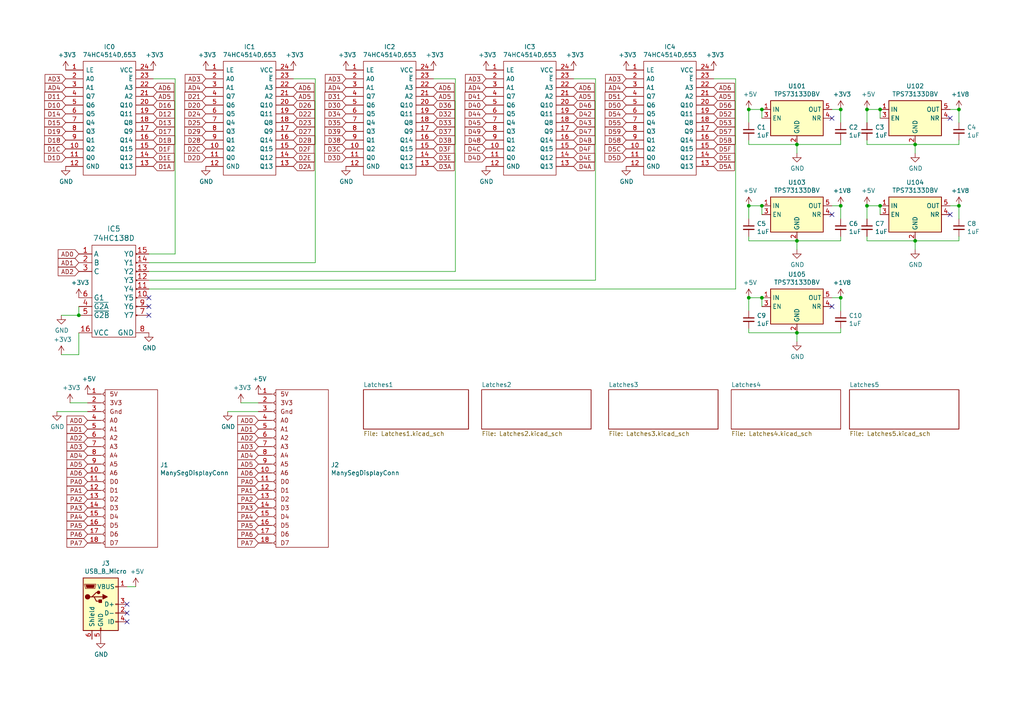
<source format=kicad_sch>
(kicad_sch (version 20211123) (generator eeschema)
  (paper "A4")
  (lib_symbols
    (symbol "Device:C_Small" (pin_numbers hide) (pin_names (offset 0.254) hide)
      (property "Reference" "C" (at 0.254 1.778 0))
      (property "Value" "C_Small" (at 0.254 -2.032 0))
      (symbol "C_Small_0_1"
        (polyline (pts (xy -1.524 -0.508) (xy 1.524 -0.508)) (stroke (width 0.3302)))
        (polyline (pts (xy -1.524 0.508) (xy 1.524 0.508)) (stroke (width 0.3048)))
      )
      (symbol "C_Small_1_1"
        (pin passive line (at 0 2.54 270) (length 2.032) (name "~") (number "1"))
        (pin passive line (at 0 -2.54 90) (length 2.032) (name "~") (number "2"))
      )
    )
    (symbol "ManySegmentDisplay-rescue:74HC138D-Toshiba_Semic_Dec"
      (property "Reference" "IC" (at 0 1.27 0))
      (property "Value" "74HC138D-Toshiba_Semic_Dec" (at 0 3.81 0))
      (symbol "74HC138D-Toshiba_Semic_Dec_0_1"
        (rectangle (start 6.35 0) (end -6.35 -26.67))
      )
      (symbol "74HC138D-Toshiba_Semic_Dec_1_1"
        (circle (center 6.604 -20.32) (radius 0.127) (stroke (width 0.254)))
        (circle (center 6.604 -17.78) (radius 0.127) (stroke (width 0.254)))
        (circle (center 6.604 -15.24) (radius 0.127) (stroke (width 0.254)))
        (circle (center 6.604 -12.7) (radius 0.127) (stroke (width 0.254)))
        (circle (center 6.604 -10.16) (radius 0.127) (stroke (width 0.254)))
        (circle (center 6.604 -7.62) (radius 0.127) (stroke (width 0.254)))
        (circle (center 6.604 -5.08) (radius 0.127) (stroke (width 0.254)))
        (circle (center 6.604 -2.54) (radius 0.127) (stroke (width 0.254)))
        (pin unspecified line (at -10.16 -2.54 0) (length 3.81) (name "A") (number "1"))
        (pin unspecified line (at 10.16 -15.24 180) (length 3.81) (name "Y5") (number "10"))
        (pin unspecified line (at 10.16 -12.7 180) (length 3.81) (name "Y4") (number "11"))
        (pin unspecified line (at 10.16 -10.16 180) (length 3.81) (name "Y3") (number "12"))
        (pin unspecified line (at 10.16 -7.62 180) (length 3.81) (name "Y2") (number "13"))
        (pin unspecified line (at 10.16 -5.08 180) (length 3.81) (name "Y1") (number "14"))
        (pin unspecified line (at 10.16 -2.54 180) (length 3.81) (name "Y0") (number "15"))
        (pin unspecified line (at -10.16 -25.4 0) (length 3.81) (name "VCC") (number "16"))
        (pin unspecified line (at -10.16 -5.08 0) (length 3.81) (name "B") (number "2"))
        (pin unspecified line (at -10.16 -7.62 0) (length 3.81) (name "C") (number "3"))
        (pin unspecified line (at -10.16 -17.78 0) (length 3.81) (name "~{G2A}") (number "4"))
        (pin unspecified line (at -10.16 -20.32 0) (length 3.81) (name "~{G2B}") (number "5"))
        (pin unspecified line (at -10.16 -15.24 0) (length 3.81) (name "G1") (number "6"))
        (pin unspecified line (at 10.16 -20.32 180) (length 3.81) (name "Y7") (number "7"))
        (pin unspecified line (at 10.16 -25.4 180) (length 3.81) (name "GND") (number "8"))
        (pin unspecified line (at 10.16 -17.78 180) (length 3.81) (name "Y6") (number "9"))
      )
    )
    (symbol "ManySegmentDisplay-rescue:74HC4514D,653-Samac_Sys_Parts" (pin_names (offset 0.762))
      (property "Reference" "IC" (at 21.59 7.62 0))
      (property "Value" "74HC4514D,653-Samac_Sys_Parts" (at 21.59 5.08 0))
      (symbol "74HC4514D,653-Samac_Sys_Parts_0_0"
        (pin passive line (at 0 0 0) (length 5.08) (name "LE") (number "1"))
        (pin passive line (at 0 -22.86 0) (length 5.08) (name "Q2") (number "10"))
        (pin passive line (at 0 -25.4 0) (length 5.08) (name "Q0") (number "11"))
        (pin passive line (at 0 -27.94 0) (length 5.08) (name "GND") (number "12"))
        (pin passive line (at 25.4 -27.94 180) (length 5.08) (name "Q13") (number "13"))
        (pin passive line (at 25.4 -25.4 180) (length 5.08) (name "Q12") (number "14"))
        (pin passive line (at 25.4 -22.86 180) (length 5.08) (name "Q15") (number "15"))
        (pin passive line (at 25.4 -20.32 180) (length 5.08) (name "Q14") (number "16"))
        (pin passive line (at 25.4 -17.78 180) (length 5.08) (name "Q9") (number "17"))
        (pin passive line (at 25.4 -15.24 180) (length 5.08) (name "Q8") (number "18"))
        (pin passive line (at 25.4 -12.7 180) (length 5.08) (name "Q11") (number "19"))
        (pin passive line (at 0 -2.54 0) (length 5.08) (name "A0") (number "2"))
        (pin passive line (at 25.4 -10.16 180) (length 5.08) (name "Q10") (number "20"))
        (pin passive line (at 25.4 -7.62 180) (length 5.08) (name "A2") (number "21"))
        (pin passive line (at 25.4 -5.08 180) (length 5.08) (name "A3") (number "22"))
        (pin passive line (at 25.4 -2.54 180) (length 5.08) (name "~{E}") (number "23"))
        (pin passive line (at 25.4 0 180) (length 5.08) (name "VCC") (number "24"))
        (pin passive line (at 0 -5.08 0) (length 5.08) (name "A1") (number "3"))
        (pin passive line (at 0 -7.62 0) (length 5.08) (name "Q7") (number "4"))
        (pin passive line (at 0 -10.16 0) (length 5.08) (name "Q6") (number "5"))
        (pin passive line (at 0 -12.7 0) (length 5.08) (name "Q5") (number "6"))
        (pin passive line (at 0 -15.24 0) (length 5.08) (name "Q4") (number "7"))
        (pin passive line (at 0 -17.78 0) (length 5.08) (name "Q3") (number "8"))
        (pin passive line (at 0 -20.32 0) (length 5.08) (name "Q1") (number "9"))
      )
      (symbol "74HC4514D,653-Samac_Sys_Parts_0_1"
        (polyline (pts (xy 5.08 2.54) (xy 20.32 2.54) (xy 20.32 -30.48) (xy 5.08 -30.48) (xy 5.08 2.54)) (stroke (width 0.1524)))
      )
    )
    (symbol "ManySegmentDisplay-rescue:ManySegDisplayConn-Connector_Generic" (pin_names (offset 1.016) hide)
      (property "Reference" "J" (at 0 22.86 0))
      (property "Value" "ManySegDisplayConn-Connector_Generic" (at 0 -25.4 0))
      (symbol "ManySegDisplayConn-Connector_Generic_0_0"
        (text "3V3" (at 1.27 17.78 0) (effects (font (size 1.27 1.27)) (justify left)))
        (text "5V" (at 1.27 20.32 0) (effects (font (size 1.27 1.27)) (justify left)))
        (text "A0" (at 1.27 12.7 0) (effects (font (size 1.27 1.27)) (justify left)))
        (text "Gnd" (at 1.27 15.24 0) (effects (font (size 1.27 1.27)) (justify left)))
      )
      (symbol "ManySegDisplayConn-Connector_Generic_0_1"
        (rectangle (start 0 21.59) (end 15.24 -24.13))
      )
      (symbol "ManySegDisplayConn-Connector_Generic_1_1"
        (arc (start 0 -22.352) (mid -0.508 -22.86) (end 0 -23.368) (stroke (width 0.1524)))
        (arc (start 0 -19.812) (mid -0.508 -20.32) (end 0 -20.828) (stroke (width 0.1524)))
        (arc (start 0 -17.272) (mid -0.508 -17.78) (end 0 -18.288) (stroke (width 0.1524)))
        (arc (start 0 -14.732) (mid -0.508 -15.24) (end 0 -15.748) (stroke (width 0.1524)))
        (arc (start 0 -12.192) (mid -0.508 -12.7) (end 0 -13.208) (stroke (width 0.1524)))
        (arc (start 0 -9.652) (mid -0.508 -10.16) (end 0 -10.668) (stroke (width 0.1524)))
        (arc (start 0 -7.112) (mid -0.508 -7.62) (end 0 -8.128) (stroke (width 0.1524)))
        (arc (start 0 -4.572) (mid -0.508 -5.08) (end 0 -5.588) (stroke (width 0.1524)))
        (arc (start 0 -2.032) (mid -0.508 -2.54) (end 0 -3.048) (stroke (width 0.1524)))
        (polyline (pts (xy -1.27 -22.86) (xy -0.508 -22.86)) (stroke (width 0.1524)))
        (polyline (pts (xy -1.27 -20.32) (xy -0.508 -20.32)) (stroke (width 0.1524)))
        (polyline (pts (xy -1.27 -17.78) (xy -0.508 -17.78)) (stroke (width 0.1524)))
        (polyline (pts (xy -1.27 -15.24) (xy -0.508 -15.24)) (stroke (width 0.1524)))
        (polyline (pts (xy -1.27 -12.7) (xy -0.508 -12.7)) (stroke (width 0.1524)))
        (polyline (pts (xy -1.27 -10.16) (xy -0.508 -10.16)) (stroke (width 0.1524)))
        (polyline (pts (xy -1.27 -7.62) (xy -0.508 -7.62)) (stroke (width 0.1524)))
        (polyline (pts (xy -1.27 -5.08) (xy -0.508 -5.08)) (stroke (width 0.1524)))
        (polyline (pts (xy -1.27 -2.54) (xy -0.508 -2.54)) (stroke (width 0.1524)))
        (polyline (pts (xy -1.27 0) (xy -0.508 0)) (stroke (width 0.1524)))
        (polyline (pts (xy -1.27 2.54) (xy -0.508 2.54)) (stroke (width 0.1524)))
        (polyline (pts (xy -1.27 5.08) (xy -0.508 5.08)) (stroke (width 0.1524)))
        (polyline (pts (xy -1.27 7.62) (xy -0.508 7.62)) (stroke (width 0.1524)))
        (polyline (pts (xy -1.27 10.16) (xy -0.508 10.16)) (stroke (width 0.1524)))
        (polyline (pts (xy -1.27 12.7) (xy -0.508 12.7)) (stroke (width 0.1524)))
        (polyline (pts (xy -1.27 15.24) (xy -0.508 15.24)) (stroke (width 0.1524)))
        (polyline (pts (xy -1.27 17.78) (xy -0.508 17.78)) (stroke (width 0.1524)))
        (polyline (pts (xy -1.27 20.32) (xy -0.508 20.32)) (stroke (width 0.1524)))
        (arc (start 0 0.508) (mid -0.508 0) (end 0 -0.508) (stroke (width 0.1524)))
        (arc (start 0 3.048) (mid -0.508 2.54) (end 0 2.032) (stroke (width 0.1524)))
        (arc (start 0 5.588) (mid -0.508 5.08) (end 0 4.572) (stroke (width 0.1524)))
        (arc (start 0 8.128) (mid -0.508 7.62) (end 0 7.112) (stroke (width 0.1524)))
        (arc (start 0 10.668) (mid -0.508 10.16) (end 0 9.652) (stroke (width 0.1524)))
        (arc (start 0 13.208) (mid -0.508 12.7) (end 0 12.192) (stroke (width 0.1524)))
        (arc (start 0 15.748) (mid -0.508 15.24) (end 0 14.732) (stroke (width 0.1524)))
        (arc (start 0 18.288) (mid -0.508 17.78) (end 0 17.272) (stroke (width 0.1524)))
        (arc (start 0 20.828) (mid -0.508 20.32) (end 0 19.812) (stroke (width 0.1524)))
        (text "A1" (at 1.27 10.16 0) (effects (font (size 1.27 1.27)) (justify left)))
        (text "A2" (at 1.27 7.62 0) (effects (font (size 1.27 1.27)) (justify left)))
        (text "A3" (at 1.27 5.08 0) (effects (font (size 1.27 1.27)) (justify left)))
        (text "A4" (at 1.27 2.54 0) (effects (font (size 1.27 1.27)) (justify left)))
        (text "A5" (at 1.27 0 0) (effects (font (size 1.27 1.27)) (justify left)))
        (text "A6" (at 1.27 -2.54 0) (effects (font (size 1.27 1.27)) (justify left)))
        (text "D0" (at 1.27 -5.08 0) (effects (font (size 1.27 1.27)) (justify left)))
        (text "D1" (at 1.27 -7.62 0) (effects (font (size 1.27 1.27)) (justify left)))
        (text "D2" (at 1.27 -10.16 0) (effects (font (size 1.27 1.27)) (justify left)))
        (text "D3" (at 1.27 -12.7 0) (effects (font (size 1.27 1.27)) (justify left)))
        (text "D4" (at 1.27 -15.24 0) (effects (font (size 1.27 1.27)) (justify left)))
        (text "D5" (at 1.27 -17.78 0) (effects (font (size 1.27 1.27)) (justify left)))
        (text "D6" (at 1.27 -20.32 0) (effects (font (size 1.27 1.27)) (justify left)))
        (text "D7" (at 1.27 -22.86 0) (effects (font (size 1.27 1.27)) (justify left)))
        (pin passive line (at -5.08 20.32 0) (length 3.81) (name "5V") (number "1"))
        (pin passive line (at -5.08 -2.54 0) (length 3.81) (name "A6") (number "10"))
        (pin passive line (at -5.08 -5.08 0) (length 3.81) (name "D0") (number "11"))
        (pin passive line (at -5.08 -7.62 0) (length 3.81) (name "D1") (number "12"))
        (pin passive line (at -5.08 -10.16 0) (length 3.81) (name "D2") (number "13"))
        (pin passive line (at -5.08 -12.7 0) (length 3.81) (name "D3") (number "14"))
        (pin passive line (at -5.08 -15.24 0) (length 3.81) (name "D4") (number "15"))
        (pin passive line (at -5.08 -17.78 0) (length 3.81) (name "D5") (number "16"))
        (pin passive line (at -5.08 -20.32 0) (length 3.81) (name "D6") (number "17"))
        (pin passive line (at -5.08 -22.86 0) (length 3.81) (name "D7") (number "18"))
        (pin passive line (at -5.08 17.78 0) (length 3.81) (name "3V3") (number "2"))
        (pin passive line (at -5.08 15.24 0) (length 3.81) (name "Gnd") (number "3"))
        (pin passive line (at -5.08 12.7 0) (length 3.81) (name "A0") (number "4"))
        (pin passive line (at -5.08 10.16 0) (length 3.81) (name "A1") (number "5"))
        (pin passive line (at -5.08 7.62 0) (length 3.81) (name "A2") (number "6"))
        (pin passive line (at -5.08 5.08 0) (length 3.81) (name "A3") (number "7"))
        (pin passive line (at -5.08 2.54 0) (length 3.81) (name "A4") (number "8"))
        (pin passive line (at -5.08 0 0) (length 3.81) (name "A5") (number "9"))
      )
    )
    (symbol "ManySegmentDisplay-rescue:USB_B_Micro-Connector" (pin_names (offset 1.016))
      (property "Reference" "J" (at -5.08 11.43 0))
      (property "Value" "USB_B_Micro-Connector" (at -5.08 8.89 0))
      (symbol "USB_B_Micro-Connector_0_1"
        (rectangle (start -5.08 -7.62) (end 5.08 7.62) (stroke (width 0.254)) (fill (type background)))
        (circle (center -3.81 2.159) (radius 0.635) (stroke (width 0.254)) (fill (type outline)))
        (circle (center -0.635 3.429) (radius 0.381) (stroke (width 0.254)) (fill (type outline)))
        (rectangle (start -0.127 -7.62) (end 0.127 -6.858))
        (polyline (pts (xy -1.905 2.159) (xy 0.635 2.159)) (stroke (width 0.254)))
        (polyline (pts (xy -3.175 2.159) (xy -2.54 2.159) (xy -1.27 3.429) (xy -0.635 3.429)) (stroke (width 0.254)))
        (polyline (pts (xy -2.54 2.159) (xy -1.905 2.159) (xy -1.27 0.889) (xy 0 0.889)) (stroke (width 0.254)))
        (polyline (pts (xy 0.635 2.794) (xy 0.635 1.524) (xy 1.905 2.159) (xy 0.635 2.794)) (stroke (width 0.254)) (fill (type outline)))
        (polyline (pts (xy -4.318 5.588) (xy -1.778 5.588) (xy -2.032 4.826) (xy -4.064 4.826) (xy -4.318 5.588)) (fill (type outline)))
        (polyline (pts (xy -4.699 5.842) (xy -4.699 5.588) (xy -4.445 4.826) (xy -4.445 4.572) (xy -1.651 4.572) (xy -1.651 4.826) (xy -1.397 5.588) (xy -1.397 5.842) (xy -4.699 5.842)))
        (rectangle (start 0.254 1.27) (end -0.508 0.508) (stroke (width 0.254)) (fill (type outline)))
        (rectangle (start 5.08 -5.207) (end 4.318 -4.953))
        (rectangle (start 5.08 -2.667) (end 4.318 -2.413))
        (rectangle (start 5.08 -0.127) (end 4.318 0.127))
        (rectangle (start 5.08 4.953) (end 4.318 5.207))
      )
      (symbol "USB_B_Micro-Connector_1_1"
        (pin power_out line (at 7.62 5.08 180) (length 2.54) (name "VBUS") (number "1"))
        (pin bidirectional line (at 7.62 -2.54 180) (length 2.54) (name "D-") (number "2"))
        (pin bidirectional line (at 7.62 0 180) (length 2.54) (name "D+") (number "3"))
        (pin passive line (at 7.62 -5.08 180) (length 2.54) (name "ID") (number "4"))
        (pin power_out line (at 0 -10.16 90) (length 2.54) (name "GND") (number "5"))
        (pin passive line (at -2.54 -10.16 90) (length 2.54) (name "Shield") (number "6"))
      )
    )
    (symbol "Regulator_Linear:TPS73133DBV"
      (property "Reference" "U" (at -6.35 6.35 0))
      (property "Value" "TPS73133DBV" (at 1.27 6.35 0))
      (symbol "TPS73133DBV_0_1"
        (rectangle (start -7.62 -5.08) (end 7.62 5.08) (stroke (width 0.254)) (fill (type background)))
      )
      (symbol "TPS73133DBV_1_1"
        (pin power_in line (at -10.16 2.54 0) (length 2.54) (name "IN") (number "1"))
        (pin power_in line (at 0 -7.62 90) (length 2.54) (name "GND") (number "2"))
        (pin input line (at -10.16 0 0) (length 2.54) (name "EN") (number "3"))
        (pin passive line (at 10.16 0 180) (length 2.54) (name "NR") (number "4"))
        (pin power_out line (at 10.16 2.54 180) (length 2.54) (name "OUT") (number "5"))
      )
    )
    (symbol "power:+1V8" (power) (pin_names (offset 0))
      (property "Value" "+1V8" (at 0 3.556 0))
      (symbol "+1V8_0_1"
        (polyline (pts (xy -0.762 1.27) (xy 0 2.54)))
        (polyline (pts (xy 0 0) (xy 0 2.54)))
        (polyline (pts (xy 0 2.54) (xy 0.762 1.27)))
      )
      (symbol "+1V8_1_1"
        (pin power_in line (at 0 0 90) (length 0) hide (name "+1V8") (number "1"))
      )
    )
    (symbol "power:+3V3" (power) (pin_names (offset 0))
      (property "Value" "+3V3" (at 0 3.556 0))
      (symbol "+3V3_0_1"
        (polyline (pts (xy -0.762 1.27) (xy 0 2.54)))
        (polyline (pts (xy 0 0) (xy 0 2.54)))
        (polyline (pts (xy 0 2.54) (xy 0.762 1.27)))
      )
      (symbol "+3V3_1_1"
        (pin power_in line (at 0 0 90) (length 0) hide (name "+3V3") (number "1"))
      )
    )
    (symbol "power:+5V" (power) (pin_names (offset 0))
      (property "Value" "+5V" (at 0 3.556 0))
      (symbol "+5V_0_1"
        (polyline (pts (xy -0.762 1.27) (xy 0 2.54)))
        (polyline (pts (xy 0 0) (xy 0 2.54)))
        (polyline (pts (xy 0 2.54) (xy 0.762 1.27)))
      )
      (symbol "+5V_1_1"
        (pin power_in line (at 0 0 90) (length 0) hide (name "+5V") (number "1"))
      )
    )
    (symbol "power:GND" (power) (pin_names (offset 0))
      (property "Value" "GND" (at 0 -3.81 0))
      (symbol "GND_0_1"
        (polyline (pts (xy 0 0) (xy 0 -1.27) (xy 1.27 -1.27) (xy 0 -2.54) (xy -1.27 -1.27) (xy 0 -1.27)))
      )
      (symbol "GND_1_1"
        (pin power_in line (at 0 0 270) (length 0) hide (name "GND") (number "1"))
      )
    )
  )
  (junction (at 231.14 96.52))
  (junction (at 231.14 41.91))
  (junction (at 220.98 31.75))
  (junction (at 220.98 59.69))
  (junction (at 217.17 86.36))
  (junction (at 243.84 86.36))
  (junction (at 255.27 59.69))
  (junction (at 265.43 41.91))
  (junction (at 278.13 59.69))
  (junction (at 22.86 91.44))
  (junction (at 231.14 69.85))
  (junction (at 243.84 31.75))
  (junction (at 243.84 59.69))
  (junction (at 278.13 31.75))
  (junction (at 251.46 31.75))
  (junction (at 251.46 59.69))
  (junction (at 265.43 69.85))
  (junction (at 217.17 31.75))
  (junction (at 255.27 31.75))
  (junction (at 220.98 86.36))
  (junction (at 217.17 59.69))
  (no_connect (at 43.18 91.44))
  (no_connect (at 36.83 177.8))
  (no_connect (at 43.18 88.9))
  (no_connect (at 36.83 180.34))
  (no_connect (at 241.3 34.29))
  (no_connect (at 241.3 62.23))
  (no_connect (at 275.59 34.29))
  (no_connect (at 36.83 175.26))
  (no_connect (at 275.59 62.23))
  (no_connect (at 241.3 88.9))
  (no_connect (at 43.18 86.36))
  (wire (pts (xy 278.13 69.85) (xy 265.43 69.85)))
  (wire (pts (xy 220.98 59.69) (xy 217.17 59.69)))
  (wire (pts (xy 251.46 59.69) (xy 251.46 63.5)))
  (wire (pts (xy 243.84 31.75) (xy 241.3 31.75)))
  (wire (pts (xy 20.32 116.84) (xy 25.4 116.84)))
  (wire (pts (xy 36.83 170.18) (xy 39.37 170.18)))
  (wire (pts (xy 243.84 40.64) (xy 243.84 41.91)))
  (wire (pts (xy 213.36 83.82) (xy 43.18 83.82)))
  (wire (pts (xy 243.84 68.58) (xy 243.84 69.85)))
  (wire (pts (xy 22.86 91.44) (xy 22.86 88.9)))
  (wire (pts (xy 278.13 40.64) (xy 278.13 41.91)))
  (wire (pts (xy 220.98 86.36) (xy 220.98 88.9)))
  (wire (pts (xy 231.14 69.85) (xy 231.14 72.39)))
  (wire (pts (xy 255.27 31.75) (xy 251.46 31.75)))
  (wire (pts (xy 43.18 73.66) (xy 50.8 73.66)))
  (wire (pts (xy 243.84 59.69) (xy 243.84 63.5)))
  (wire (pts (xy 217.17 41.91) (xy 231.14 41.91)))
  (wire (pts (xy 207.01 22.86) (xy 213.36 22.86)))
  (wire (pts (xy 251.46 40.64) (xy 251.46 41.91)))
  (wire (pts (xy 66.04 119.38) (xy 74.93 119.38)))
  (wire (pts (xy 231.14 41.91) (xy 231.14 44.45)))
  (wire (pts (xy 231.14 96.52) (xy 231.14 99.06)))
  (wire (pts (xy 17.78 102.87) (xy 22.86 102.87)))
  (wire (pts (xy 172.72 22.86) (xy 166.37 22.86)))
  (wire (pts (xy 217.17 59.69) (xy 217.17 63.5)))
  (wire (pts (xy 220.98 59.69) (xy 220.98 62.23)))
  (wire (pts (xy 43.18 76.2) (xy 91.44 76.2)))
  (wire (pts (xy 255.27 31.75) (xy 255.27 34.29)))
  (wire (pts (xy 50.8 22.86) (xy 50.8 73.66)))
  (wire (pts (xy 265.43 41.91) (xy 265.43 44.45)))
  (wire (pts (xy 243.84 31.75) (xy 243.84 35.56)))
  (wire (pts (xy 217.17 86.36) (xy 217.17 90.17)))
  (wire (pts (xy 243.84 86.36) (xy 241.3 86.36)))
  (wire (pts (xy 172.72 81.28) (xy 172.72 22.86)))
  (wire (pts (xy 91.44 76.2) (xy 91.44 22.86)))
  (wire (pts (xy 243.84 96.52) (xy 231.14 96.52)))
  (wire (pts (xy 255.27 59.69) (xy 251.46 59.69)))
  (wire (pts (xy 255.27 59.69) (xy 255.27 62.23)))
  (wire (pts (xy 220.98 31.75) (xy 217.17 31.75)))
  (wire (pts (xy 278.13 31.75) (xy 275.59 31.75)))
  (wire (pts (xy 243.84 86.36) (xy 243.84 90.17)))
  (wire (pts (xy 243.84 69.85) (xy 231.14 69.85)))
  (wire (pts (xy 132.08 22.86) (xy 125.73 22.86)))
  (wire (pts (xy 43.18 78.74) (xy 132.08 78.74)))
  (wire (pts (xy 69.85 116.84) (xy 74.93 116.84)))
  (wire (pts (xy 217.17 31.75) (xy 217.17 35.56)))
  (wire (pts (xy 217.17 96.52) (xy 231.14 96.52)))
  (wire (pts (xy 22.86 102.87) (xy 22.86 96.52)))
  (wire (pts (xy 132.08 78.74) (xy 132.08 22.86)))
  (wire (pts (xy 217.17 68.58) (xy 217.17 69.85)))
  (wire (pts (xy 251.46 31.75) (xy 251.46 35.56)))
  (wire (pts (xy 213.36 22.86) (xy 213.36 83.82)))
  (wire (pts (xy 265.43 69.85) (xy 265.43 72.39)))
  (wire (pts (xy 243.84 41.91) (xy 231.14 41.91)))
  (wire (pts (xy 16.51 119.38) (xy 25.4 119.38)))
  (wire (pts (xy 220.98 86.36) (xy 217.17 86.36)))
  (wire (pts (xy 243.84 95.25) (xy 243.84 96.52)))
  (wire (pts (xy 217.17 40.64) (xy 217.17 41.91)))
  (wire (pts (xy 278.13 41.91) (xy 265.43 41.91)))
  (wire (pts (xy 220.98 31.75) (xy 220.98 34.29)))
  (wire (pts (xy 91.44 22.86) (xy 85.09 22.86)))
  (wire (pts (xy 251.46 68.58) (xy 251.46 69.85)))
  (wire (pts (xy 278.13 31.75) (xy 278.13 35.56)))
  (wire (pts (xy 251.46 41.91) (xy 265.43 41.91)))
  (wire (pts (xy 278.13 59.69) (xy 275.59 59.69)))
  (wire (pts (xy 217.17 69.85) (xy 231.14 69.85)))
  (wire (pts (xy 17.78 91.44) (xy 22.86 91.44)))
  (wire (pts (xy 278.13 59.69) (xy 278.13 63.5)))
  (wire (pts (xy 243.84 59.69) (xy 241.3 59.69)))
  (wire (pts (xy 50.8 22.86) (xy 44.45 22.86)))
  (wire (pts (xy 251.46 69.85) (xy 265.43 69.85)))
  (wire (pts (xy 217.17 95.25) (xy 217.17 96.52)))
  (wire (pts (xy 278.13 68.58) (xy 278.13 69.85)))
  (wire (pts (xy 43.18 81.28) (xy 172.72 81.28)))
  (global_label "D31" (shape input) (at 100.33 27.94 180) (property "Intersheet References" "${INTERSHEET_REFS}" (effects hide)))
  (global_label "D11" (shape input) (at 19.05 27.94 180) (property "Intersheet References" "${INTERSHEET_REFS}" (effects hide)))
  (global_label "D2A" (shape input) (at 85.09 48.26 0) (property "Intersheet References" "${INTERSHEET_REFS}" (effects hide)))
  (global_label "AD4" (shape input) (at 100.33 25.4 180) (property "Intersheet References" "${INTERSHEET_REFS}" (effects hide)))
  (global_label "D3A" (shape input) (at 125.73 48.26 0) (property "Intersheet References" "${INTERSHEET_REFS}" (effects hide)))
  (global_label "AD5" (shape input) (at 166.37 27.94 0) (property "Intersheet References" "${INTERSHEET_REFS}" (effects hide)))
  (global_label "AD2" (shape input) (at 25.4 127 180) (property "Intersheet References" "${INTERSHEET_REFS}" (effects hide)))
  (global_label "D56" (shape input) (at 207.01 30.48 0) (property "Intersheet References" "${INTERSHEET_REFS}" (effects hide)))
  (global_label "D1E" (shape input) (at 44.45 45.72 0) (property "Intersheet References" "${INTERSHEET_REFS}" (effects hide)))
  (global_label "AD4" (shape input) (at 140.97 25.4 180) (property "Intersheet References" "${INTERSHEET_REFS}" (effects hide)))
  (global_label "D13" (shape input) (at 44.45 35.56 0) (property "Intersheet References" "${INTERSHEET_REFS}" (effects hide)))
  (global_label "D4E" (shape input) (at 166.37 45.72 0) (property "Intersheet References" "${INTERSHEET_REFS}" (effects hide)))
  (global_label "D4F" (shape input) (at 166.37 43.18 0) (property "Intersheet References" "${INTERSHEET_REFS}" (effects hide)))
  (global_label "PA0" (shape input) (at 25.4 139.7 180) (property "Intersheet References" "${INTERSHEET_REFS}" (effects hide)))
  (global_label "PA2" (shape input) (at 74.93 144.78 180) (property "Intersheet References" "${INTERSHEET_REFS}" (effects hide)))
  (global_label "AD5" (shape input) (at 125.73 27.94 0) (property "Intersheet References" "${INTERSHEET_REFS}" (effects hide)))
  (global_label "PA1" (shape input) (at 74.93 142.24 180) (property "Intersheet References" "${INTERSHEET_REFS}" (effects hide)))
  (global_label "PA7" (shape input) (at 74.93 157.48 180) (property "Intersheet References" "${INTERSHEET_REFS}" (effects hide)))
  (global_label "D1C" (shape input) (at 19.05 43.18 180) (property "Intersheet References" "${INTERSHEET_REFS}" (effects hide)))
  (global_label "AD6" (shape input) (at 25.4 137.16 180) (property "Intersheet References" "${INTERSHEET_REFS}" (effects hide)))
  (global_label "D28" (shape input) (at 59.69 40.64 180) (property "Intersheet References" "${INTERSHEET_REFS}" (effects hide)))
  (global_label "AD1" (shape input) (at 74.93 124.46 180) (property "Intersheet References" "${INTERSHEET_REFS}" (effects hide)))
  (global_label "AD5" (shape input) (at 74.93 134.62 180) (property "Intersheet References" "${INTERSHEET_REFS}" (effects hide)))
  (global_label "D14" (shape input) (at 19.05 33.02 180) (property "Intersheet References" "${INTERSHEET_REFS}" (effects hide)))
  (global_label "D26" (shape input) (at 85.09 30.48 0) (property "Intersheet References" "${INTERSHEET_REFS}" (effects hide)))
  (global_label "D22" (shape input) (at 85.09 33.02 0) (property "Intersheet References" "${INTERSHEET_REFS}" (effects hide)))
  (global_label "PA2" (shape input) (at 25.4 144.78 180) (property "Intersheet References" "${INTERSHEET_REFS}" (effects hide)))
  (global_label "D4B" (shape input) (at 166.37 40.64 0) (property "Intersheet References" "${INTERSHEET_REFS}" (effects hide)))
  (global_label "D2D" (shape input) (at 59.69 45.72 180) (property "Intersheet References" "${INTERSHEET_REFS}" (effects hide)))
  (global_label "D12" (shape input) (at 44.45 33.02 0) (property "Intersheet References" "${INTERSHEET_REFS}" (effects hide)))
  (global_label "PA6" (shape input) (at 74.93 154.94 180) (property "Intersheet References" "${INTERSHEET_REFS}" (effects hide)))
  (global_label "D54" (shape input) (at 181.61 33.02 180) (property "Intersheet References" "${INTERSHEET_REFS}" (effects hide)))
  (global_label "D5B" (shape input) (at 207.01 40.64 0) (property "Intersheet References" "${INTERSHEET_REFS}" (effects hide)))
  (global_label "D23" (shape input) (at 85.09 35.56 0) (property "Intersheet References" "${INTERSHEET_REFS}" (effects hide)))
  (global_label "D5C" (shape input) (at 181.61 43.18 180) (property "Intersheet References" "${INTERSHEET_REFS}" (effects hide)))
  (global_label "AD1" (shape input) (at 22.86 76.2 180) (property "Intersheet References" "${INTERSHEET_REFS}" (effects hide)))
  (global_label "D38" (shape input) (at 100.33 40.64 180) (property "Intersheet References" "${INTERSHEET_REFS}" (effects hide)))
  (global_label "D3C" (shape input) (at 100.33 43.18 180) (property "Intersheet References" "${INTERSHEET_REFS}" (effects hide)))
  (global_label "D3B" (shape input) (at 125.73 40.64 0) (property "Intersheet References" "${INTERSHEET_REFS}" (effects hide)))
  (global_label "D24" (shape input) (at 59.69 33.02 180) (property "Intersheet References" "${INTERSHEET_REFS}" (effects hide)))
  (global_label "AD6" (shape input) (at 85.09 25.4 0) (property "Intersheet References" "${INTERSHEET_REFS}" (effects hide)))
  (global_label "PA4" (shape input) (at 74.93 149.86 180) (property "Intersheet References" "${INTERSHEET_REFS}" (effects hide)))
  (global_label "AD5" (shape input) (at 85.09 27.94 0) (property "Intersheet References" "${INTERSHEET_REFS}" (effects hide)))
  (global_label "D53" (shape input) (at 207.01 35.56 0) (property "Intersheet References" "${INTERSHEET_REFS}" (effects hide)))
  (global_label "PA0" (shape input) (at 74.93 139.7 180) (property "Intersheet References" "${INTERSHEET_REFS}" (effects hide)))
  (global_label "D17" (shape input) (at 44.45 38.1 0) (property "Intersheet References" "${INTERSHEET_REFS}" (effects hide)))
  (global_label "AD3" (shape input) (at 59.69 22.86 180) (property "Intersheet References" "${INTERSHEET_REFS}" (effects hide)))
  (global_label "D43" (shape input) (at 166.37 35.56 0) (property "Intersheet References" "${INTERSHEET_REFS}" (effects hide)))
  (global_label "D5A" (shape input) (at 207.01 48.26 0) (property "Intersheet References" "${INTERSHEET_REFS}" (effects hide)))
  (global_label "PA1" (shape input) (at 25.4 142.24 180) (property "Intersheet References" "${INTERSHEET_REFS}" (effects hide)))
  (global_label "D1D" (shape input) (at 19.05 45.72 180) (property "Intersheet References" "${INTERSHEET_REFS}" (effects hide)))
  (global_label "D18" (shape input) (at 19.05 40.64 180) (property "Intersheet References" "${INTERSHEET_REFS}" (effects hide)))
  (global_label "D57" (shape input) (at 207.01 38.1 0) (property "Intersheet References" "${INTERSHEET_REFS}" (effects hide)))
  (global_label "D34" (shape input) (at 100.33 33.02 180) (property "Intersheet References" "${INTERSHEET_REFS}" (effects hide)))
  (global_label "D19" (shape input) (at 19.05 38.1 180) (property "Intersheet References" "${INTERSHEET_REFS}" (effects hide)))
  (global_label "PA6" (shape input) (at 25.4 154.94 180) (property "Intersheet References" "${INTERSHEET_REFS}" (effects hide)))
  (global_label "AD6" (shape input) (at 207.01 25.4 0) (property "Intersheet References" "${INTERSHEET_REFS}" (effects hide)))
  (global_label "AD5" (shape input) (at 44.45 27.94 0) (property "Intersheet References" "${INTERSHEET_REFS}" (effects hide)))
  (global_label "D42" (shape input) (at 166.37 33.02 0) (property "Intersheet References" "${INTERSHEET_REFS}" (effects hide)))
  (global_label "AD3" (shape input) (at 74.93 129.54 180) (property "Intersheet References" "${INTERSHEET_REFS}" (effects hide)))
  (global_label "AD0" (shape input) (at 22.86 73.66 180) (property "Intersheet References" "${INTERSHEET_REFS}" (effects hide)))
  (global_label "PA3" (shape input) (at 74.93 147.32 180) (property "Intersheet References" "${INTERSHEET_REFS}" (effects hide)))
  (global_label "D16" (shape input) (at 44.45 30.48 0) (property "Intersheet References" "${INTERSHEET_REFS}" (effects hide)))
  (global_label "D20" (shape input) (at 59.69 30.48 180) (property "Intersheet References" "${INTERSHEET_REFS}" (effects hide)))
  (global_label "PA5" (shape input) (at 25.4 152.4 180) (property "Intersheet References" "${INTERSHEET_REFS}" (effects hide)))
  (global_label "D21" (shape input) (at 59.69 27.94 180) (property "Intersheet References" "${INTERSHEET_REFS}" (effects hide)))
  (global_label "D10" (shape input) (at 19.05 30.48 180) (property "Intersheet References" "${INTERSHEET_REFS}" (effects hide)))
  (global_label "D55" (shape input) (at 181.61 35.56 180) (property "Intersheet References" "${INTERSHEET_REFS}" (effects hide)))
  (global_label "D27" (shape input) (at 85.09 38.1 0) (property "Intersheet References" "${INTERSHEET_REFS}" (effects hide)))
  (global_label "AD2" (shape input) (at 74.93 127 180) (property "Intersheet References" "${INTERSHEET_REFS}" (effects hide)))
  (global_label "D3D" (shape input) (at 100.33 45.72 180) (property "Intersheet References" "${INTERSHEET_REFS}" (effects hide)))
  (global_label "D15" (shape input) (at 19.05 35.56 180) (property "Intersheet References" "${INTERSHEET_REFS}" (effects hide)))
  (global_label "AD4" (shape input) (at 181.61 25.4 180) (property "Intersheet References" "${INTERSHEET_REFS}" (effects hide)))
  (global_label "D1F" (shape input) (at 44.45 43.18 0) (property "Intersheet References" "${INTERSHEET_REFS}" (effects hide)))
  (global_label "D30" (shape input) (at 100.33 30.48 180) (property "Intersheet References" "${INTERSHEET_REFS}" (effects hide)))
  (global_label "D37" (shape input) (at 125.73 38.1 0) (property "Intersheet References" "${INTERSHEET_REFS}" (effects hide)))
  (global_label "D3E" (shape input) (at 125.73 45.72 0) (property "Intersheet References" "${INTERSHEET_REFS}" (effects hide)))
  (global_label "AD3" (shape input) (at 100.33 22.86 180) (property "Intersheet References" "${INTERSHEET_REFS}" (effects hide)))
  (global_label "D33" (shape input) (at 125.73 35.56 0) (property "Intersheet References" "${INTERSHEET_REFS}" (effects hide)))
  (global_label "PA5" (shape input) (at 74.93 152.4 180) (property "Intersheet References" "${INTERSHEET_REFS}" (effects hide)))
  (global_label "D44" (shape input) (at 140.97 33.02 180) (property "Intersheet References" "${INTERSHEET_REFS}" (effects hide)))
  (global_label "D59" (shape input) (at 181.61 38.1 180) (property "Intersheet References" "${INTERSHEET_REFS}" (effects hide)))
  (global_label "D5D" (shape input) (at 181.61 45.72 180) (property "Intersheet References" "${INTERSHEET_REFS}" (effects hide)))
  (global_label "D1B" (shape input) (at 44.45 40.64 0) (property "Intersheet References" "${INTERSHEET_REFS}" (effects hide)))
  (global_label "D2C" (shape input) (at 59.69 43.18 180) (property "Intersheet References" "${INTERSHEET_REFS}" (effects hide)))
  (global_label "D39" (shape input) (at 100.33 38.1 180) (property "Intersheet References" "${INTERSHEET_REFS}" (effects hide)))
  (global_label "D50" (shape input) (at 181.61 30.48 180) (property "Intersheet References" "${INTERSHEET_REFS}" (effects hide)))
  (global_label "AD5" (shape input) (at 25.4 134.62 180) (property "Intersheet References" "${INTERSHEET_REFS}" (effects hide)))
  (global_label "AD3" (shape input) (at 140.97 22.86 180) (property "Intersheet References" "${INTERSHEET_REFS}" (effects hide)))
  (global_label "AD6" (shape input) (at 74.93 137.16 180) (property "Intersheet References" "${INTERSHEET_REFS}" (effects hide)))
  (global_label "D5F" (shape input) (at 207.01 43.18 0) (property "Intersheet References" "${INTERSHEET_REFS}" (effects hide)))
  (global_label "AD6" (shape input) (at 44.45 25.4 0) (property "Intersheet References" "${INTERSHEET_REFS}" (effects hide)))
  (global_label "D51" (shape input) (at 181.61 27.94 180) (property "Intersheet References" "${INTERSHEET_REFS}" (effects hide)))
  (global_label "AD0" (shape input) (at 25.4 121.92 180) (property "Intersheet References" "${INTERSHEET_REFS}" (effects hide)))
  (global_label "D2B" (shape input) (at 85.09 40.64 0) (property "Intersheet References" "${INTERSHEET_REFS}" (effects hide)))
  (global_label "D47" (shape input) (at 166.37 38.1 0) (property "Intersheet References" "${INTERSHEET_REFS}" (effects hide)))
  (global_label "D1A" (shape input) (at 44.45 48.26 0) (property "Intersheet References" "${INTERSHEET_REFS}" (effects hide)))
  (global_label "D46" (shape input) (at 166.37 30.48 0) (property "Intersheet References" "${INTERSHEET_REFS}" (effects hide)))
  (global_label "D52" (shape input) (at 207.01 33.02 0) (property "Intersheet References" "${INTERSHEET_REFS}" (effects hide)))
  (global_label "D40" (shape input) (at 140.97 30.48 180) (property "Intersheet References" "${INTERSHEET_REFS}" (effects hide)))
  (global_label "AD6" (shape input) (at 166.37 25.4 0) (property "Intersheet References" "${INTERSHEET_REFS}" (effects hide)))
  (global_label "D4A" (shape input) (at 166.37 48.26 0) (property "Intersheet References" "${INTERSHEET_REFS}" (effects hide)))
  (global_label "AD4" (shape input) (at 25.4 132.08 180) (property "Intersheet References" "${INTERSHEET_REFS}" (effects hide)))
  (global_label "AD3" (shape input) (at 181.61 22.86 180) (property "Intersheet References" "${INTERSHEET_REFS}" (effects hide)))
  (global_label "AD1" (shape input) (at 25.4 124.46 180) (property "Intersheet References" "${INTERSHEET_REFS}" (effects hide)))
  (global_label "PA4" (shape input) (at 25.4 149.86 180) (property "Intersheet References" "${INTERSHEET_REFS}" (effects hide)))
  (global_label "D2F" (shape input) (at 85.09 43.18 0) (property "Intersheet References" "${INTERSHEET_REFS}" (effects hide)))
  (global_label "AD4" (shape input) (at 19.05 25.4 180) (property "Intersheet References" "${INTERSHEET_REFS}" (effects hide)))
  (global_label "D5E" (shape input) (at 207.01 45.72 0) (property "Intersheet References" "${INTERSHEET_REFS}" (effects hide)))
  (global_label "D2E" (shape input) (at 85.09 45.72 0) (property "Intersheet References" "${INTERSHEET_REFS}" (effects hide)))
  (global_label "D41" (shape input) (at 140.97 27.94 180) (property "Intersheet References" "${INTERSHEET_REFS}" (effects hide)))
  (global_label "D25" (shape input) (at 59.69 35.56 180) (property "Intersheet References" "${INTERSHEET_REFS}" (effects hide)))
  (global_label "D48" (shape input) (at 140.97 40.64 180) (property "Intersheet References" "${INTERSHEET_REFS}" (effects hide)))
  (global_label "D35" (shape input) (at 100.33 35.56 180) (property "Intersheet References" "${INTERSHEET_REFS}" (effects hide)))
  (global_label "D58" (shape input) (at 181.61 40.64 180) (property "Intersheet References" "${INTERSHEET_REFS}" (effects hide)))
  (global_label "AD5" (shape input) (at 207.01 27.94 0) (property "Intersheet References" "${INTERSHEET_REFS}" (effects hide)))
  (global_label "D49" (shape input) (at 140.97 38.1 180) (property "Intersheet References" "${INTERSHEET_REFS}" (effects hide)))
  (global_label "D4C" (shape input) (at 140.97 43.18 180) (property "Intersheet References" "${INTERSHEET_REFS}" (effects hide)))
  (global_label "PA3" (shape input) (at 25.4 147.32 180) (property "Intersheet References" "${INTERSHEET_REFS}" (effects hide)))
  (global_label "AD6" (shape input) (at 125.73 25.4 0) (property "Intersheet References" "${INTERSHEET_REFS}" (effects hide)))
  (global_label "D32" (shape input) (at 125.73 33.02 0) (property "Intersheet References" "${INTERSHEET_REFS}" (effects hide)))
  (global_label "D36" (shape input) (at 125.73 30.48 0) (property "Intersheet References" "${INTERSHEET_REFS}" (effects hide)))
  (global_label "AD4" (shape input) (at 59.69 25.4 180) (property "Intersheet References" "${INTERSHEET_REFS}" (effects hide)))
  (global_label "AD0" (shape input) (at 74.93 121.92 180) (property "Intersheet References" "${INTERSHEET_REFS}" (effects hide)))
  (global_label "AD4" (shape input) (at 74.93 132.08 180) (property "Intersheet References" "${INTERSHEET_REFS}" (effects hide)))
  (global_label "D4D" (shape input) (at 140.97 45.72 180) (property "Intersheet References" "${INTERSHEET_REFS}" (effects hide)))
  (global_label "PA7" (shape input) (at 25.4 157.48 180) (property "Intersheet References" "${INTERSHEET_REFS}" (effects hide)))
  (global_label "D3F" (shape input) (at 125.73 43.18 0) (property "Intersheet References" "${INTERSHEET_REFS}" (effects hide)))
  (global_label "D45" (shape input) (at 140.97 35.56 180) (property "Intersheet References" "${INTERSHEET_REFS}" (effects hide)))
  (global_label "AD3" (shape input) (at 25.4 129.54 180) (property "Intersheet References" "${INTERSHEET_REFS}" (effects hide)))
  (global_label "AD2" (shape input) (at 22.86 78.74 180) (property "Intersheet References" "${INTERSHEET_REFS}" (effects hide)))
  (global_label "D29" (shape input) (at 59.69 38.1 180) (property "Intersheet References" "${INTERSHEET_REFS}" (effects hide)))
  (global_label "AD3" (shape input) (at 19.05 22.86 180) (property "Intersheet References" "${INTERSHEET_REFS}" (effects hide)))
  (symbol (lib_id "ManySegmentDisplay-rescue:USB_B_Micro-Connector") (at 29.21 175.26 0) (unit 1)
    (property "Reference" "J3" (at 30.6578 163.3982 0))
    (property "Value" "USB_B_Micro" (at 30.6578 165.7096 0))
    (property "Footprint" "Connector_USB:USB_Micro-B_GCT_USB3076-30-A" (effects hide))
  )
  (symbol (lib_id "power:GND") (at 29.21 185.42 0) (unit 1)
    (property "Reference" "#PWR0193" (effects hide))
    (property "Value" "GND" (at 29.337 189.8142 0))
  )
  (symbol (lib_id "Regulator_Linear:TPS73133DBV") (at 231.14 88.9 0) (unit 1)
    (property "Reference" "U105" (at 231.14 79.5782 0))
    (property "Value" "TPS73133DBV" (at 231.14 81.8896 0))
    (property "Footprint" "Package_TO_SOT_SMD:SOT-23-5" (effects hide))
    (property "Datasheet" "http://www.ti.com/lit/ds/symlink/tps731.pdf" (effects hide))
  )
  (symbol (lib_id "Device:C_Small") (at 243.84 92.71 0) (unit 1)
    (property "Reference" "C10" (at 246.1768 91.5416 0) (effects (justify left)))
    (property "Value" "1uF" (at 246.1768 93.853 0) (effects (justify left)))
    (property "Footprint" "Capacitor_SMD:C_0805_2012Metric" (effects hide))
  )
  (symbol (lib_id "Device:C_Small") (at 217.17 92.71 0) (unit 1)
    (property "Reference" "C9" (at 219.5068 91.5416 0) (effects (justify left)))
    (property "Value" "1uF" (at 219.5068 93.853 0) (effects (justify left)))
    (property "Footprint" "Capacitor_SMD:C_0805_2012Metric" (effects hide))
  )
  (symbol (lib_id "power:+5V") (at 217.17 86.36 0) (unit 1)
    (property "Reference" "#PWR0218" (effects hide))
    (property "Value" "+5V" (at 217.551 81.9658 0))
  )
  (symbol (lib_id "power:GND") (at 231.14 99.06 0) (unit 1)
    (property "Reference" "#PWR0224" (effects hide))
    (property "Value" "GND" (at 231.267 103.4542 0))
  )
  (symbol (lib_id "ManySegmentDisplay-rescue:74HC4514D,653-Samac_Sys_Parts") (at 181.61 20.32 0) (unit 1)
    (property "Reference" "IC4" (at 194.31 13.589 0))
    (property "Value" "74HC4514D,653" (at 194.31 15.9004 0))
    (property "Footprint" "Samac_Sys_Parts:SOIC127P1032X265-24N" (effects hide))
    (property "Datasheet" "https://assets.nexperia.com/documents/data-sheet/74HC_HCT4514.pdf" (effects hide))
    (property "Description" "74HC(T)4514 - 4-to-16 line decoder/demultiplexer with input latches@en-us" (effects hide))
    (property "Height" "2.65" (effects hide))
    (property "Mouser Part Number" "771-74HC4514D-T" (effects hide))
    (property "Mouser Price/Stock" "https://www.mouser.co.uk/ProductDetail/Nexperia/74HC4514D653?qs=P62ublwmbi%252Bpl7vJN0RpAQ%3D%3D" (effects hide))
    (property "Manufacturer_Name" "Nexperia" (effects hide))
    (property "Manufacturer_Part_Number" "74HC4514D,653" (effects hide))
  )
  (symbol (lib_id "ManySegmentDisplay-rescue:74HC4514D,653-Samac_Sys_Parts") (at 140.97 20.32 0) (unit 1)
    (property "Reference" "IC3" (at 153.67 13.589 0))
    (property "Value" "74HC4514D,653" (at 153.67 15.9004 0))
    (property "Footprint" "Samac_Sys_Parts:SOIC127P1032X265-24N" (effects hide))
    (property "Datasheet" "https://assets.nexperia.com/documents/data-sheet/74HC_HCT4514.pdf" (effects hide))
    (property "Description" "74HC(T)4514 - 4-to-16 line decoder/demultiplexer with input latches@en-us" (effects hide))
    (property "Height" "2.65" (effects hide))
    (property "Mouser Part Number" "771-74HC4514D-T" (effects hide))
    (property "Mouser Price/Stock" "https://www.mouser.co.uk/ProductDetail/Nexperia/74HC4514D653?qs=P62ublwmbi%252Bpl7vJN0RpAQ%3D%3D" (effects hide))
    (property "Manufacturer_Name" "Nexperia" (effects hide))
    (property "Manufacturer_Part_Number" "74HC4514D,653" (effects hide))
  )
  (symbol (lib_id "power:+3V3") (at 44.45 20.32 0) (unit 1)
    (property "Reference" "#PWR065" (effects hide))
    (property "Value" "+3V3" (at 44.831 15.9258 0))
  )
  (symbol (lib_id "power:+3V3") (at 85.09 20.32 0) (unit 1)
    (property "Reference" "#PWR067" (effects hide))
    (property "Value" "+3V3" (at 85.471 15.9258 0))
  )
  (symbol (lib_id "ManySegmentDisplay-rescue:74HC4514D,653-Samac_Sys_Parts") (at 100.33 20.32 0) (unit 1)
    (property "Reference" "IC2" (at 113.03 13.589 0))
    (property "Value" "74HC4514D,653" (at 113.03 15.9004 0))
    (property "Footprint" "Samac_Sys_Parts:SOIC127P1032X265-24N" (effects hide))
    (property "Datasheet" "https://assets.nexperia.com/documents/data-sheet/74HC_HCT4514.pdf" (effects hide))
    (property "Description" "74HC(T)4514 - 4-to-16 line decoder/demultiplexer with input latches@en-us" (effects hide))
    (property "Height" "2.65" (effects hide))
    (property "Mouser Part Number" "771-74HC4514D-T" (effects hide))
    (property "Mouser Price/Stock" "https://www.mouser.co.uk/ProductDetail/Nexperia/74HC4514D653?qs=P62ublwmbi%252Bpl7vJN0RpAQ%3D%3D" (effects hide))
    (property "Manufacturer_Name" "Nexperia" (effects hide))
    (property "Manufacturer_Part_Number" "74HC4514D,653" (effects hide))
  )
  (symbol (lib_id "power:+3V3") (at 125.73 20.32 0) (unit 1)
    (property "Reference" "#PWR069" (effects hide))
    (property "Value" "+3V3" (at 126.111 15.9258 0))
  )
  (symbol (lib_id "power:+3V3") (at 166.37 20.32 0) (unit 1)
    (property "Reference" "#PWR071" (effects hide))
    (property "Value" "+3V3" (at 166.751 15.9258 0))
  )
  (symbol (lib_id "ManySegmentDisplay-rescue:74HC4514D,653-Samac_Sys_Parts") (at 59.69 20.32 0) (unit 1)
    (property "Reference" "IC1" (at 72.39 13.589 0))
    (property "Value" "74HC4514D,653" (at 72.39 15.9004 0))
    (property "Footprint" "Samac_Sys_Parts:SOIC127P1032X265-24N" (effects hide))
    (property "Datasheet" "https://assets.nexperia.com/documents/data-sheet/74HC_HCT4514.pdf" (effects hide))
    (property "Description" "74HC(T)4514 - 4-to-16 line decoder/demultiplexer with input latches@en-us" (effects hide))
    (property "Height" "2.65" (effects hide))
    (property "Mouser Part Number" "771-74HC4514D-T" (effects hide))
    (property "Mouser Price/Stock" "https://www.mouser.co.uk/ProductDetail/Nexperia/74HC4514D653?qs=P62ublwmbi%252Bpl7vJN0RpAQ%3D%3D" (effects hide))
    (property "Manufacturer_Name" "Nexperia" (effects hide))
    (property "Manufacturer_Part_Number" "74HC4514D,653" (effects hide))
  )
  (symbol (lib_id "power:+3V3") (at 207.01 20.32 0) (unit 1)
    (property "Reference" "#PWR073" (effects hide))
    (property "Value" "+3V3" (at 207.391 15.9258 0))
  )
  (symbol (lib_id "ManySegmentDisplay-rescue:74HC4514D,653-Samac_Sys_Parts") (at 19.05 20.32 0) (unit 1)
    (property "Reference" "IC0" (at 31.75 13.589 0))
    (property "Value" "74HC4514D,653" (at 31.75 15.9004 0))
    (property "Footprint" "Samac_Sys_Parts:SOIC127P1032X265-24N" (effects hide))
    (property "Datasheet" "https://assets.nexperia.com/documents/data-sheet/74HC_HCT4514.pdf" (effects hide))
    (property "Description" "74HC(T)4514 - 4-to-16 line decoder/demultiplexer with input latches@en-us" (effects hide))
    (property "Height" "2.65" (effects hide))
    (property "Mouser Part Number" "771-74HC4514D-T" (effects hide))
    (property "Mouser Price/Stock" "https://www.mouser.co.uk/ProductDetail/Nexperia/74HC4514D653?qs=P62ublwmbi%252Bpl7vJN0RpAQ%3D%3D" (effects hide))
    (property "Manufacturer_Name" "Nexperia" (effects hide))
    (property "Manufacturer_Part_Number" "74HC4514D,653" (effects hide))
  )
  (symbol (lib_id "power:GND") (at 19.05 48.26 0) (unit 1)
    (property "Reference" "#PWR092" (effects hide))
    (property "Value" "GND" (at 19.177 52.6542 0))
  )
  (symbol (lib_id "power:GND") (at 59.69 48.26 0) (unit 1)
    (property "Reference" "#PWR093" (effects hide))
    (property "Value" "GND" (at 59.817 52.6542 0))
  )
  (symbol (lib_id "power:GND") (at 100.33 48.26 0) (unit 1)
    (property "Reference" "#PWR094" (effects hide))
    (property "Value" "GND" (at 100.457 52.6542 0))
  )
  (symbol (lib_id "power:GND") (at 140.97 48.26 0) (unit 1)
    (property "Reference" "#PWR095" (effects hide))
    (property "Value" "GND" (at 141.097 52.6542 0))
  )
  (symbol (lib_id "power:GND") (at 181.61 48.26 0) (unit 1)
    (property "Reference" "#PWR096" (effects hide))
    (property "Value" "GND" (at 181.737 52.6542 0))
  )
  (symbol (lib_id "power:+3V3") (at 19.05 20.32 0) (unit 1)
    (property "Reference" "#PWR064" (effects hide))
    (property "Value" "+3V3" (at 19.431 15.9258 0))
  )
  (symbol (lib_id "power:+3V3") (at 59.69 20.32 0) (unit 1)
    (property "Reference" "#PWR066" (effects hide))
    (property "Value" "+3V3" (at 60.071 15.9258 0))
  )
  (symbol (lib_id "power:+3V3") (at 100.33 20.32 0) (unit 1)
    (property "Reference" "#PWR068" (effects hide))
    (property "Value" "+3V3" (at 100.711 15.9258 0))
  )
  (symbol (lib_id "power:+3V3") (at 140.97 20.32 0) (unit 1)
    (property "Reference" "#PWR070" (effects hide))
    (property "Value" "+3V3" (at 141.351 15.9258 0))
  )
  (symbol (lib_id "power:+3V3") (at 181.61 20.32 0) (unit 1)
    (property "Reference" "#PWR072" (effects hide))
    (property "Value" "+3V3" (at 181.991 15.9258 0))
  )
  (symbol (lib_id "ManySegmentDisplay-rescue:74HC138D-Toshiba_Semic_Dec") (at 33.02 71.12 0) (unit 1)
    (property "Reference" "IC5" (at 33.02 66.3702 0) (effects (font (size 1.524 1.524))))
    (property "Value" "74HC138D" (at 33.02 69.0626 0) (effects (font (size 1.524 1.524))))
    (property "Footprint" "Toshiba_Semic_Dec:74HC138D" (effects hide))
  )
  (symbol (lib_id "power:GND") (at 17.78 91.44 0) (unit 1)
    (property "Reference" "#PWR06" (effects hide))
    (property "Value" "GND" (at 17.907 95.8342 0))
  )
  (symbol (lib_id "power:+3V3") (at 22.86 86.36 0) (unit 1)
    (property "Reference" "#PWR04" (effects hide))
    (property "Value" "+3V3" (at 23.241 81.9658 0))
  )
  (symbol (lib_id "power:+3V3") (at 17.78 102.87 0) (unit 1)
    (property "Reference" "#PWR08" (effects hide))
    (property "Value" "+3V3" (at 18.161 98.4758 0))
  )
  (symbol (lib_id "power:GND") (at 43.18 96.52 0) (unit 1)
    (property "Reference" "#PWR07" (effects hide))
    (property "Value" "GND" (at 43.307 100.9142 0))
  )
  (symbol (lib_id "power:+1V8") (at 243.84 86.36 0) (unit 1)
    (property "Reference" "#PWR05" (effects hide))
    (property "Value" "+1V8" (at 244.221 81.9658 0))
  )
  (symbol (lib_id "power:+1V8") (at 278.13 59.69 0) (unit 1)
    (property "Reference" "#PWR03" (effects hide))
    (property "Value" "+1V8" (at 278.511 55.2958 0))
  )
  (symbol (lib_id "power:+1V8") (at 243.84 59.69 0) (unit 1)
    (property "Reference" "#PWR02" (effects hide))
    (property "Value" "+1V8" (at 244.221 55.2958 0))
  )
  (symbol (lib_id "power:+1V8") (at 278.13 31.75 0) (unit 1)
    (property "Reference" "#PWR01" (effects hide))
    (property "Value" "+1V8" (at 278.511 27.3558 0))
  )
  (symbol (lib_id "Regulator_Linear:TPS73133DBV") (at 265.43 62.23 0) (unit 1)
    (property "Reference" "U104" (at 265.43 52.9082 0))
    (property "Value" "TPS73133DBV" (at 265.43 55.2196 0))
    (property "Footprint" "Package_TO_SOT_SMD:SOT-23-5" (effects hide))
    (property "Datasheet" "http://www.ti.com/lit/ds/symlink/tps731.pdf" (effects hide))
  )
  (symbol (lib_id "Device:C_Small") (at 278.13 66.04 0) (unit 1)
    (property "Reference" "C8" (at 280.4668 64.8716 0) (effects (justify left)))
    (property "Value" "1uF" (at 280.4668 67.183 0) (effects (justify left)))
    (property "Footprint" "Capacitor_SMD:C_0805_2012Metric" (effects hide))
  )
  (symbol (lib_id "Device:C_Small") (at 251.46 66.04 0) (unit 1)
    (property "Reference" "C7" (at 253.7968 64.8716 0) (effects (justify left)))
    (property "Value" "1uF" (at 253.7968 67.183 0) (effects (justify left)))
    (property "Footprint" "Capacitor_SMD:C_0805_2012Metric" (effects hide))
  )
  (symbol (lib_id "power:+5V") (at 251.46 59.69 0) (unit 1)
    (property "Reference" "#PWR0216" (effects hide))
    (property "Value" "+5V" (at 251.841 55.2958 0))
  )
  (symbol (lib_id "power:GND") (at 265.43 72.39 0) (unit 1)
    (property "Reference" "#PWR0223" (effects hide))
    (property "Value" "GND" (at 265.557 76.7842 0))
  )
  (symbol (lib_id "Regulator_Linear:TPS73133DBV") (at 231.14 62.23 0) (unit 1)
    (property "Reference" "U103" (at 231.14 52.9082 0))
    (property "Value" "TPS73133DBV" (at 231.14 55.2196 0))
    (property "Footprint" "Package_TO_SOT_SMD:SOT-23-5" (effects hide))
    (property "Datasheet" "http://www.ti.com/lit/ds/symlink/tps731.pdf" (effects hide))
  )
  (symbol (lib_id "Device:C_Small") (at 243.84 66.04 0) (unit 1)
    (property "Reference" "C6" (at 246.1768 64.8716 0) (effects (justify left)))
    (property "Value" "1uF" (at 246.1768 67.183 0) (effects (justify left)))
    (property "Footprint" "Capacitor_SMD:C_0805_2012Metric" (effects hide))
  )
  (symbol (lib_id "Device:C_Small") (at 217.17 66.04 0) (unit 1)
    (property "Reference" "C5" (at 219.5068 64.8716 0) (effects (justify left)))
    (property "Value" "1uF" (at 219.5068 67.183 0) (effects (justify left)))
    (property "Footprint" "Capacitor_SMD:C_0805_2012Metric" (effects hide))
  )
  (symbol (lib_id "power:+5V") (at 217.17 59.69 0) (unit 1)
    (property "Reference" "#PWR0214" (effects hide))
    (property "Value" "+5V" (at 217.551 55.2958 0))
  )
  (symbol (lib_id "power:GND") (at 231.14 72.39 0) (unit 1)
    (property "Reference" "#PWR0222" (effects hide))
    (property "Value" "GND" (at 231.267 76.7842 0))
  )
  (symbol (lib_id "Regulator_Linear:TPS73133DBV") (at 265.43 34.29 0) (unit 1)
    (property "Reference" "U102" (at 265.43 24.9682 0))
    (property "Value" "TPS73133DBV" (at 265.43 27.2796 0))
    (property "Footprint" "Package_TO_SOT_SMD:SOT-23-5" (effects hide))
    (property "Datasheet" "http://www.ti.com/lit/ds/symlink/tps731.pdf" (effects hide))
  )
  (symbol (lib_id "Device:C_Small") (at 278.13 38.1 0) (unit 1)
    (property "Reference" "C4" (at 280.4668 36.9316 0) (effects (justify left)))
    (property "Value" "1uF" (at 280.4668 39.243 0) (effects (justify left)))
    (property "Footprint" "Capacitor_SMD:C_0805_2012Metric" (effects hide))
  )
  (symbol (lib_id "Device:C_Small") (at 251.46 38.1 0) (unit 1)
    (property "Reference" "C3" (at 253.7968 36.9316 0) (effects (justify left)))
    (property "Value" "1uF" (at 253.7968 39.243 0) (effects (justify left)))
    (property "Footprint" "Capacitor_SMD:C_0805_2012Metric" (effects hide))
  )
  (symbol (lib_id "power:+5V") (at 251.46 31.75 0) (unit 1)
    (property "Reference" "#PWR0212" (effects hide))
    (property "Value" "+5V" (at 251.841 27.3558 0))
  )
  (symbol (lib_id "power:GND") (at 265.43 44.45 0) (unit 1)
    (property "Reference" "#PWR0221" (effects hide))
    (property "Value" "GND" (at 265.557 48.8442 0))
  )
  (symbol (lib_id "ManySegmentDisplay-rescue:ManySegDisplayConn-Connector_Generic") (at 30.48 134.62 0) (unit 1)
    (property "Reference" "J1" (at 46.4312 134.8486 0) (effects (justify left)))
    (property "Value" "ManySegDisplayConn" (at 46.4312 137.16 0) (effects (justify left)))
    (property "Footprint" "Connector_PinSocket_2.54mm:PinSocket_1x18_P2.54mm_Vertical" (effects hide))
  )
  (symbol (lib_id "power:+5V") (at 25.4 114.3 0) (unit 1)
    (property "Reference" "#PWR0135" (effects hide))
    (property "Value" "+5V" (at 25.781 109.9058 0))
  )
  (symbol (lib_id "power:+3V3") (at 20.32 116.84 0) (unit 1)
    (property "Reference" "#PWR0155" (effects hide))
    (property "Value" "+3V3" (at 20.701 112.4458 0))
  )
  (symbol (lib_id "power:GND") (at 16.51 119.38 0) (unit 1)
    (property "Reference" "#PWR0166" (effects hide))
    (property "Value" "GND" (at 16.637 123.7742 0))
  )
  (symbol (lib_id "power:+5V") (at 39.37 170.18 0) (unit 1)
    (property "Reference" "#PWR0176" (effects hide))
    (property "Value" "+5V" (at 39.751 165.7858 0))
  )
  (symbol (lib_id "Regulator_Linear:TPS73133DBV") (at 231.14 34.29 0) (unit 1)
    (property "Reference" "U101" (at 231.14 24.9682 0))
    (property "Value" "TPS73133DBV" (at 231.14 27.2796 0))
    (property "Footprint" "Package_TO_SOT_SMD:SOT-23-5" (effects hide))
    (property "Datasheet" "http://www.ti.com/lit/ds/symlink/tps731.pdf" (effects hide))
  )
  (symbol (lib_id "Device:C_Small") (at 243.84 38.1 0) (unit 1)
    (property "Reference" "C2" (at 246.1768 36.9316 0) (effects (justify left)))
    (property "Value" "1uF" (at 246.1768 39.243 0) (effects (justify left)))
    (property "Footprint" "Capacitor_SMD:C_0805_2012Metric" (effects hide))
  )
  (symbol (lib_id "Device:C_Small") (at 217.17 38.1 0) (unit 1)
    (property "Reference" "C1" (at 219.5068 36.9316 0) (effects (justify left)))
    (property "Value" "1uF" (at 219.5068 39.243 0) (effects (justify left)))
    (property "Footprint" "Capacitor_SMD:C_0805_2012Metric" (effects hide))
  )
  (symbol (lib_id "power:+5V") (at 217.17 31.75 0) (unit 1)
    (property "Reference" "#PWR0210" (effects hide))
    (property "Value" "+5V" (at 217.551 27.3558 0))
  )
  (symbol (lib_id "power:GND") (at 231.14 44.45 0) (unit 1)
    (property "Reference" "#PWR0220" (effects hide))
    (property "Value" "GND" (at 231.267 48.8442 0))
  )
  (symbol (lib_id "ManySegmentDisplay-rescue:ManySegDisplayConn-Connector_Generic") (at 80.01 134.62 0) (unit 1)
    (property "Reference" "J2" (at 95.9612 134.8486 0) (effects (justify left)))
    (property "Value" "ManySegDisplayConn" (at 95.9612 137.16 0) (effects (justify left)))
    (property "Footprint" "Connector_PinSocket_2.54mm:PinSocket_1x18_P2.54mm_Vertical" (effects hide))
  )
  (symbol (lib_id "power:+5V") (at 74.93 114.3 0) (unit 1)
    (property "Reference" "#PWR0136" (effects hide))
    (property "Value" "+5V" (at 75.311 109.9058 0))
  )
  (symbol (lib_id "power:+3V3") (at 69.85 116.84 0) (unit 1)
    (property "Reference" "#PWR0156" (effects hide))
    (property "Value" "+3V3" (at 70.231 112.4458 0))
  )
  (symbol (lib_id "power:GND") (at 66.04 119.38 0) (unit 1)
    (property "Reference" "#PWR0167" (effects hide))
    (property "Value" "GND" (at 66.167 123.7742 0))
  )
  (symbol (lib_id "power:+3V3") (at 243.84 31.75 0) (unit 1)
    (property "Reference" "#PWR?" (effects hide))
    (property "Value" "+3V3" (at 244.221 27.3558 0))
  )
  (sheet (at 105.41 113.03) (size 30.48 11.43) (stroke (width 0.1524))
    (property "Sheet name" "Latches1" (at 105.41 112.3184 0) (effects (justify left bottom)))
    (property "Sheet file" "Latches1.kicad_sch" (at 105.41 125.0446 0) (effects (justify left top)))
  )
  (sheet (at 176.53 113.03) (size 31.75 11.43) (stroke (width 0.1524))
    (property "Sheet name" "Latches3" (at 176.53 112.3184 0) (effects (justify left bottom)))
    (property "Sheet file" "Latches3.kicad_sch" (at 176.53 125.0446 0) (effects (justify left top)))
  )
  (sheet (at 246.38 113.03) (size 31.75 11.43) (stroke (width 0.1524))
    (property "Sheet name" "Latches5" (at 246.38 112.3184 0) (effects (justify left bottom)))
    (property "Sheet file" "Latches5.kicad_sch" (at 246.38 125.0446 0) (effects (justify left top)))
  )
  (sheet (at 139.7 113.03) (size 31.75 11.43) (stroke (width 0.1524))
    (property "Sheet name" "Latches2" (at 139.7 112.3184 0) (effects (justify left bottom)))
    (property "Sheet file" "Latches2.kicad_sch" (at 139.7 125.0446 0) (effects (justify left top)))
  )
  (sheet (at 212.09 113.03) (size 31.75 11.43) (stroke (width 0.1524))
    (property "Sheet name" "Latches4" (at 212.09 112.3184 0) (effects (justify left bottom)))
    (property "Sheet file" "Latches4.kicad_sch" (at 212.09 125.0446 0) (effects (justify left top)))
  )
)
</source>
